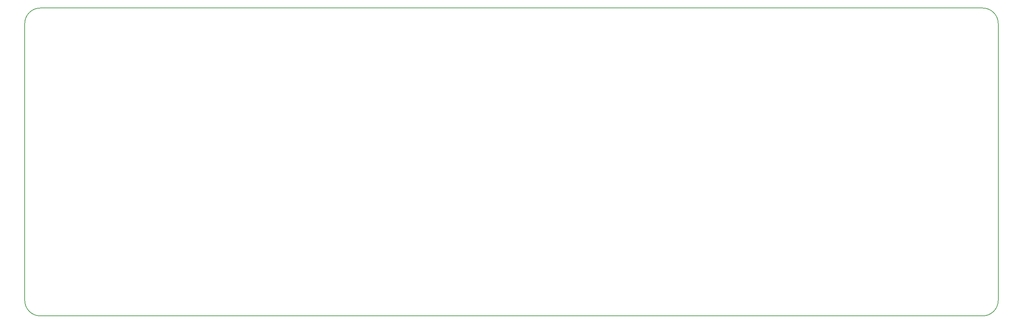
<source format=gbr>
%TF.GenerationSoftware,KiCad,Pcbnew,(7.0.0)*%
%TF.CreationDate,2023-11-25T12:28:40+01:00*%
%TF.ProjectId,Eightu Ortho,45696768-7475-4204-9f72-74686f2e6b69,rev?*%
%TF.SameCoordinates,Original*%
%TF.FileFunction,Profile,NP*%
%FSLAX46Y46*%
G04 Gerber Fmt 4.6, Leading zero omitted, Abs format (unit mm)*
G04 Created by KiCad (PCBNEW (7.0.0)) date 2023-11-25 12:28:40*
%MOMM*%
%LPD*%
G01*
G04 APERTURE LIST*
%TA.AperFunction,Profile*%
%ADD10C,0.200000*%
%TD*%
G04 APERTURE END LIST*
D10*
X51562550Y-119031250D02*
G75*
G03*
X55562500Y-123031250I3999950J-50D01*
G01*
X51562500Y-47625000D02*
X51562500Y-119031250D01*
X55562500Y-123031250D02*
X298450000Y-123031250D01*
X55562500Y-43625000D02*
G75*
G03*
X51562500Y-47625000I0J-4000000D01*
G01*
X298450000Y-123031300D02*
G75*
G03*
X302450000Y-119031250I-100J4000100D01*
G01*
X302450150Y-47624950D02*
G75*
G03*
X298450100Y-43624950I-4000150J-150D01*
G01*
X302450000Y-119031250D02*
X302450100Y-47624950D01*
X298450100Y-43624950D02*
X55562500Y-43625000D01*
M02*

</source>
